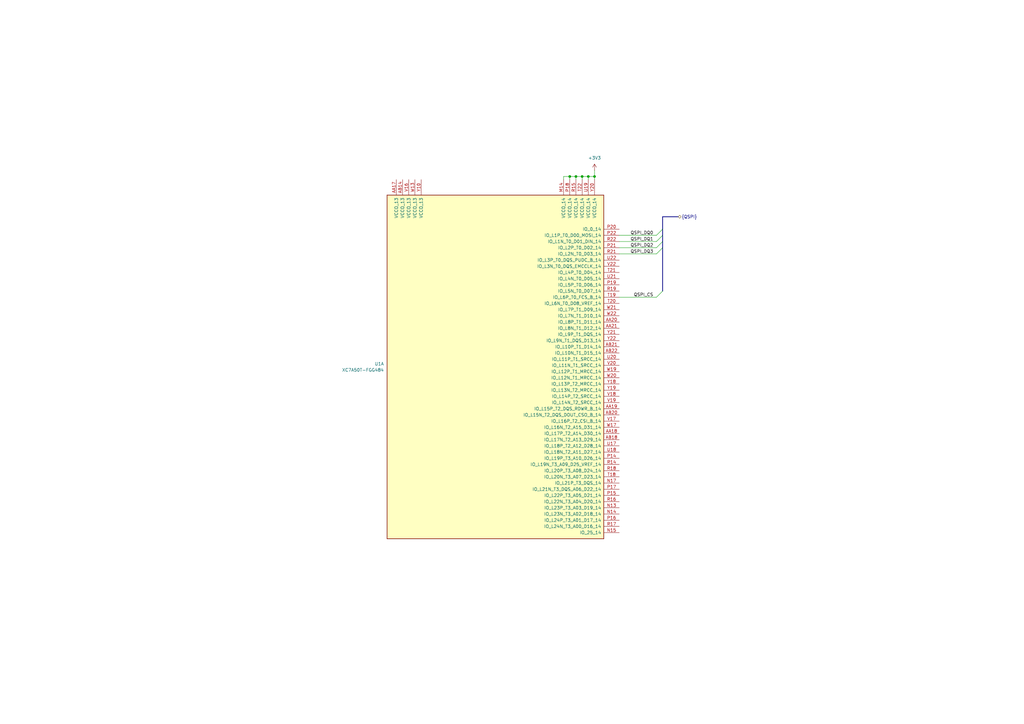
<source format=kicad_sch>
(kicad_sch (version 20250114) (generator "eeschema") (generator_version "9.0")
  (paper "A3")
  (lib_symbols
    (symbol "FPGA Accelerator:XC7A50T-FGG484" (pin_names (offset 1.016))
      (property "Reference" "U" (at 0 1.27 0))
      (property "Value" "XC7A50T-FGG484" (at 0 -1.27 0))
      (symbol "XC7A50T-FGG484_1_1"
        (rectangle (start -44.45 67.31) (end 44.45 -73.66) (stroke (width 0.254)) (fill (type background)))
        (pin power_in line (at -40.64 73.66 270) (length 6.35) (name "VCCO_13") (number "AA17"))
        (pin power_in line (at -38.1 73.66 270) (length 6.35) (name "VCCO_13") (number "AB14"))
        (pin power_in line (at -35.56 73.66 270) (length 6.35) (name "VCCO_13") (number "V16"))
        (pin power_in line (at -33.02 73.66 270) (length 6.35) (name "VCCO_13") (number "W13"))
        (pin power_in line (at -30.48 73.66 270) (length 6.35) (name "VCCO_13") (number "Y10"))
        (pin power_in line (at 27.94 73.66 270) (length 6.35) (name "VCCO_14") (number "M14"))
        (pin power_in line (at 30.48 73.66 270) (length 6.35) (name "VCCO_14") (number "P18"))
        (pin power_in line (at 33.02 73.66 270) (length 6.35) (name "VCCO_14") (number "R15"))
        (pin power_in line (at 35.56 73.66 270) (length 6.35) (name "VCCO_14") (number "T22"))
        (pin power_in line (at 38.1 73.66 270) (length 6.35) (name "VCCO_14") (number "U19"))
        (pin power_in line (at 40.64 73.66 270) (length 6.35) (name "VCCO_14") (number "Y20"))
        (pin bidirectional line (at 50.8 53.34 180) (length 6.35) (name "IO_0_14") (number "P20"))
        (pin bidirectional line (at 50.8 50.8 180) (length 6.35) (name "IO_L1P_T0_D00_MOSI_14") (number "P22"))
        (pin bidirectional line (at 50.8 48.26 180) (length 6.35) (name "IO_L1N_T0_D01_DIN_14") (number "R22"))
        (pin bidirectional line (at 50.8 45.72 180) (length 6.35) (name "IO_L2P_T0_D02_14") (number "P21"))
        (pin bidirectional line (at 50.8 43.18 180) (length 6.35) (name "IO_L2N_T0_D03_14") (number "R21"))
        (pin bidirectional line (at 50.8 40.64 180) (length 6.35) (name "IO_L3P_T0_DQS_PUDC_B_14") (number "U22"))
        (pin bidirectional line (at 50.8 38.1 180) (length 6.35) (name "IO_L3N_T0_DQS_EMCCLK_14") (number "V22"))
        (pin bidirectional line (at 50.8 35.56 180) (length 6.35) (name "IO_L4P_T0_D04_14") (number "T21"))
        (pin bidirectional line (at 50.8 33.02 180) (length 6.35) (name "IO_L4N_T0_D05_14") (number "U21"))
        (pin bidirectional line (at 50.8 30.48 180) (length 6.35) (name "IO_L5P_T0_D06_14") (number "P19"))
        (pin bidirectional line (at 50.8 27.94 180) (length 6.35) (name "IO_L5N_T0_D07_14") (number "R19"))
        (pin bidirectional line (at 50.8 25.4 180) (length 6.35) (name "IO_L6P_T0_FCS_B_14") (number "T19"))
        (pin bidirectional line (at 50.8 22.86 180) (length 6.35) (name "IO_L6N_T0_D08_VREF_14") (number "T20"))
        (pin bidirectional line (at 50.8 20.32 180) (length 6.35) (name "IO_L7P_T1_D09_14") (number "W21"))
        (pin bidirectional line (at 50.8 17.78 180) (length 6.35) (name "IO_L7N_T1_D10_14") (number "W22"))
        (pin bidirectional line (at 50.8 15.24 180) (length 6.35) (name "IO_L8P_T1_D11_14") (number "AA20"))
        (pin bidirectional line (at 50.8 12.7 180) (length 6.35) (name "IO_L8N_T1_D12_14") (number "AA21"))
        (pin bidirectional line (at 50.8 10.16 180) (length 6.35) (name "IO_L9P_T1_DQS_14") (number "Y21"))
        (pin bidirectional line (at 50.8 7.62 180) (length 6.35) (name "IO_L9N_T1_DQS_D13_14") (number "Y22"))
        (pin bidirectional line (at 50.8 5.08 180) (length 6.35) (name "IO_L10P_T1_D14_14") (number "AB21"))
        (pin bidirectional line (at 50.8 2.54 180) (length 6.35) (name "IO_L10N_T1_D15_14") (number "AB22"))
        (pin bidirectional line (at 50.8 0 180) (length 6.35) (name "IO_L11P_T1_SRCC_14") (number "U20"))
        (pin bidirectional line (at 50.8 -2.54 180) (length 6.35) (name "IO_L11N_T1_SRCC_14") (number "V20"))
        (pin bidirectional line (at 50.8 -5.08 180) (length 6.35) (name "IO_L12P_T1_MRCC_14") (number "W19"))
        (pin bidirectional line (at 50.8 -7.62 180) (length 6.35) (name "IO_L12N_T1_MRCC_14") (number "W20"))
        (pin bidirectional line (at 50.8 -10.16 180) (length 6.35) (name "IO_L13P_T2_MRCC_14") (number "Y18"))
        (pin bidirectional line (at 50.8 -12.7 180) (length 6.35) (name "IO_L13N_T2_MRCC_14") (number "Y19"))
        (pin bidirectional line (at 50.8 -15.24 180) (length 6.35) (name "IO_L14P_T2_SRCC_14") (number "V18"))
        (pin bidirectional line (at 50.8 -17.78 180) (length 6.35) (name "IO_L14N_T2_SRCC_14") (number "V19"))
        (pin bidirectional line (at 50.8 -20.32 180) (length 6.35) (name "IO_L15P_T2_DQS_RDWR_B_14") (number "AA19"))
        (pin bidirectional line (at 50.8 -22.86 180) (length 6.35) (name "IO_L15N_T2_DQS_DOUT_CSO_B_14") (number "AB20"))
        (pin bidirectional line (at 50.8 -25.4 180) (length 6.35) (name "IO_L16P_T2_CSI_B_14") (number "V17"))
        (pin bidirectional line (at 50.8 -27.94 180) (length 6.35) (name "IO_L16N_T2_A15_D31_14") (number "W17"))
        (pin bidirectional line (at 50.8 -30.48 180) (length 6.35) (name "IO_L17P_T2_A14_D30_14") (number "AA18"))
        (pin bidirectional line (at 50.8 -33.02 180) (length 6.35) (name "IO_L17N_T2_A13_D29_14") (number "AB18"))
        (pin bidirectional line (at 50.8 -35.56 180) (length 6.35) (name "IO_L18P_T2_A12_D28_14") (number "U17"))
        (pin bidirectional line (at 50.8 -38.1 180) (length 6.35) (name "IO_L18N_T2_A11_D27_14") (number "U18"))
        (pin bidirectional line (at 50.8 -40.64 180) (length 6.35) (name "IO_L19P_T3_A10_D26_14") (number "P14"))
        (pin bidirectional line (at 50.8 -43.18 180) (length 6.35) (name "IO_L19N_T3_A09_D25_VREF_14") (number "R14"))
        (pin bidirectional line (at 50.8 -45.72 180) (length 6.35) (name "IO_L20P_T3_A08_D24_14") (number "R18"))
        (pin bidirectional line (at 50.8 -48.26 180) (length 6.35) (name "IO_L20N_T3_A07_D23_14") (number "T18"))
        (pin bidirectional line (at 50.8 -50.8 180) (length 6.35) (name "IO_L21P_T3_DQS_14") (number "N17"))
        (pin bidirectional line (at 50.8 -53.34 180) (length 6.35) (name "IO_L21N_T3_DQS_A06_D22_14") (number "P17"))
        (pin bidirectional line (at 50.8 -55.88 180) (length 6.35) (name "IO_L22P_T3_A05_D21_14") (number "P15"))
        (pin bidirectional line (at 50.8 -58.42 180) (length 6.35) (name "IO_L22N_T3_A04_D20_14") (number "R16"))
        (pin bidirectional line (at 50.8 -60.96 180) (length 6.35) (name "IO_L23P_T3_A03_D19_14") (number "N13"))
        (pin bidirectional line (at 50.8 -63.5 180) (length 6.35) (name "IO_L23N_T3_A02_D18_14") (number "N14"))
        (pin bidirectional line (at 50.8 -66.04 180) (length 6.35) (name "IO_L24P_T3_A01_D17_14") (number "P16"))
        (pin bidirectional line (at 50.8 -68.58 180) (length 6.35) (name "IO_L24N_T3_A00_D16_14") (number "R17"))
        (pin bidirectional line (at 50.8 -71.12 180) (length 6.35) (name "IO_25_14") (number "N15"))
      )
      (symbol "XC7A50T-FGG484_2_1"
        (rectangle (start -44.45 67.31) (end 44.45 -73.66) (stroke (width 0.254)) (fill (type background)))
        (pin bidirectional line (at -50.8 53.34 0) (length 6.35) (name "IO_0_15") (number "J16"))
        (pin bidirectional line (at -50.8 50.8 0) (length 6.35) (name "IO_L1P_T0_AD0P_15") (number "H13"))
        (pin bidirectional line (at -50.8 48.26 0) (length 6.35) (name "IO_L1N_T0_AD0N_15") (number "G13"))
        (pin bidirectional line (at -50.8 45.72 0) (length 6.35) (name "IO_L2P_T0_AD8P_15") (number "G15"))
        (pin bidirectional line (at -50.8 43.18 0) (length 6.35) (name "IO_L2N_T0_AD8N_15") (number "G16"))
        (pin bidirectional line (at -50.8 40.64 0) (length 6.35) (name "IO_L3P_T0_DQS_AD1P_15") (number "J14"))
        (pin bidirectional line (at -50.8 38.1 0) (length 6.35) (name "IO_L3N_T0_DQS_AD1N_15") (number "H14"))
        (pin bidirectional line (at -50.8 35.56 0) (length 6.35) (name "IO_L4P_T0_15") (number "G17"))
        (pin bidirectional line (at -50.8 33.02 0) (length 6.35) (name "IO_L4N_T0_15") (number "G18"))
        (pin bidirectional line (at -50.8 30.48 0) (length 6.35) (name "IO_L5P_T0_AD9P_15") (number "J15"))
        (pin bidirectional line (at -50.8 27.94 0) (length 6.35) (name "IO_L5N_T0_AD9N_15") (number "H15"))
        (pin bidirectional line (at -50.8 25.4 0) (length 6.35) (name "IO_L6P_T0_15") (number "H17"))
        (pin bidirectional line (at -50.8 22.86 0) (length 6.35) (name "IO_L6N_T0_VREF_15") (number "H18"))
        (pin bidirectional line (at -50.8 20.32 0) (length 6.35) (name "IO_L7P_T1_AD2P_15") (number "J22"))
        (pin bidirectional line (at -50.8 17.78 0) (length 6.35) (name "IO_L7N_T1_AD2N_15") (number "H22"))
        (pin bidirectional line (at -50.8 15.24 0) (length 6.35) (name "IO_L8P_T1_AD10P_15") (number "H20"))
        (pin bidirectional line (at -50.8 12.7 0) (length 6.35) (name "IO_L8N_T1_AD10N_15") (number "G20"))
        (pin bidirectional line (at -50.8 10.16 0) (length 6.35) (name "IO_L9P_T1_DQS_AD3P_15") (number "K21"))
        (pin bidirectional line (at -50.8 7.62 0) (length 6.35) (name "IO_L9N_T1_DQS_AD3N_15") (number "K22"))
        (pin bidirectional line (at -50.8 5.08 0) (length 6.35) (name "IO_L10P_T1_AD11P_15") (number "M21"))
        (pin bidirectional line (at -50.8 2.54 0) (length 6.35) (name "IO_L10N_T1_AD11N_15") (number "L21"))
        (pin bidirectional line (at -50.8 0 0) (length 6.35) (name "IO_L11P_T1_SRCC_15") (number "J20"))
        (pin bidirectional line (at -50.8 -2.54 0) (length 6.35) (name "IO_L11N_T1_SRCC_15") (number "J21"))
        (pin bidirectional line (at -50.8 -5.08 0) (length 6.35) (name "IO_L12P_T1_MRCC_15") (number "J19"))
        (pin bidirectional line (at -50.8 -7.62 0) (length 6.35) (name "IO_L12N_T1_MRCC_15") (number "H19"))
        (pin bidirectional line (at -50.8 -10.16 0) (length 6.35) (name "IO_L13P_T2_MRCC_15") (number "K18"))
        (pin bidirectional line (at -50.8 -12.7 0) (length 6.35) (name "IO_L13N_T2_MRCC_15") (number "K19"))
        (pin bidirectional line (at -50.8 -15.24 0) (length 6.35) (name "IO_L14P_T2_SRCC_15") (number "L19"))
        (pin bidirectional line (at -50.8 -17.78 0) (length 6.35) (name "IO_L14N_T2_SRCC_15") (number "L20"))
        (pin bidirectional line (at -50.8 -20.32 0) (length 6.35) (name "IO_L15P_T2_DQS_15") (number "N22"))
        (pin bidirectional line (at -50.8 -22.86 0) (length 6.35) (name "IO_L15N_T2_DQS_ADV_B_15") (number "M22"))
        (pin bidirectional line (at -50.8 -25.4 0) (length 6.35) (name "IO_L16P_T2_A28_15") (number "M18"))
        (pin bidirectional line (at -50.8 -27.94 0) (length 6.35) (name "IO_L16N_T2_A27_15") (number "L18"))
        (pin bidirectional line (at -50.8 -30.48 0) (length 6.35) (name "IO_L17P_T2_A26_15") (number "N18"))
        (pin bidirectional line (at -50.8 -33.02 0) (length 6.35) (name "IO_L17N_T2_A25_15") (number "N19"))
        (pin bidirectional line (at -50.8 -35.56 0) (length 6.35) (name "IO_L18P_T2_A24_15") (number "N20"))
        (pin bidirectional line (at -50.8 -38.1 0) (length 6.35) (name "IO_L18N_T2_A23_15") (number "M20"))
        (pin bidirectional line (at -50.8 -40.64 0) (length 6.35) (name "IO_L19P_T3_A22_15") (number "K13"))
        (pin bidirectional line (at -50.8 -43.18 0) (length 6.35) (name "IO_L19N_T3_A21_VREF_15") (number "K14"))
        (pin bidirectional line (at -50.8 -45.72 0) (length 6.35) (name "IO_L20P_T3_A20_15") (number "M13"))
        (pin bidirectional line (at -50.8 -48.26 0) (length 6.35) (name "IO_L20N_T3_A19_15") (number "L13"))
        (pin bidirectional line (at -50.8 -50.8 0) (length 6.35) (name "IO_L21P_T3_DQS_15") (number "K17"))
        (pin bidirectional line (at -50.8 -53.34 0) (length 6.35) (name "IO_L21N_T3_DQS_A18_15") (number "J17"))
        (pin bidirectional line (at -50.8 -55.88 0) (length 6.35) (name "IO_L22P_T3_A17_15") (number "L14"))
        (pin bidirectional line (at -50.8 -58.42 0) (length 6.35) (name "IO_L22N_T3_A16_15") (number "L15"))
        (pin bidirectional line (at -50.8 -60.96 0) (length 6.35) (name "IO_L23P_T3_FOE_B_15") (number "L16"))
        (pin bidirectional line (at -50.8 -63.5 0) (length 6.35) (name "IO_L23N_T3_FWE_B_15") (number "K16"))
        (pin bidirectional line (at -50.8 -66.04 0) (length 6.35) (name "IO_L24P_T3_RS1_15") (number "M15"))
        (pin bidirectional line (at -50.8 -68.58 0) (length 6.35) (name "IO_L24N_T3_RS0_15") (number "M16"))
        (pin bidirectional line (at -50.8 -71.12 0) (length 6.35) (name "IO_25_15") (number "M17"))
        (pin power_in line (at -40.64 73.66 270) (length 6.35) (name "VCCO_15") (number "G19"))
        (pin power_in line (at -38.1 73.66 270) (length 6.35) (name "VCCO_15") (number "H16"))
        (pin power_in line (at -35.56 73.66 270) (length 6.35) (name "VCCO_15") (number "J13"))
        (pin power_in line (at -33.02 73.66 270) (length 6.35) (name "VCCO_15") (number "K20"))
        (pin power_in line (at -30.48 73.66 270) (length 6.35) (name "VCCO_15") (number "L17"))
        (pin power_in line (at -27.94 73.66 270) (length 6.35) (name "VCCO_15") (number "N21"))
        (pin power_in line (at 27.94 73.66 270) (length 6.35) (name "VCCO_16") (number "A17"))
        (pin power_in line (at 30.48 73.66 270) (length 6.35) (name "VCCO_16") (number "B14"))
        (pin power_in line (at 33.02 73.66 270) (length 6.35) (name "VCCO_16") (number "C21"))
        (pin power_in line (at 35.56 73.66 270) (length 6.35) (name "VCCO_16") (number "D18"))
        (pin power_in line (at 38.1 73.66 270) (length 6.35) (name "VCCO_16") (number "E15"))
        (pin power_in line (at 40.64 73.66 270) (length 6.35) (name "VCCO_16") (number "F22"))
        (pin bidirectional line (at 50.8 53.34 180) (length 6.35) (name "IO_0_16") (number "F15"))
        (pin bidirectional line (at 50.8 50.8 180) (length 6.35) (name "IO_L1P_T0_16") (number "F13"))
        (pin bidirectional line (at 50.8 48.26 180) (length 6.35) (name "IO_L1N_T0_16") (number "F14"))
        (pin bidirectional line (at 50.8 45.72 180) (length 6.35) (name "IO_L2P_T0_16") (number "F16"))
        (pin bidirectional line (at 50.8 43.18 180) (length 6.35) (name "IO_L2N_T0_16") (number "E17"))
        (pin bidirectional line (at 50.8 40.64 180) (length 6.35) (name "IO_L3P_T0_DQS_16") (number "C14"))
        (pin bidirectional line (at 50.8 38.1 180) (length 6.35) (name "IO_L3N_T0_DQS_16") (number "C15"))
        (pin bidirectional line (at 50.8 35.56 180) (length 6.35) (name "IO_L4P_T0_16") (number "E13"))
        (pin bidirectional line (at 50.8 33.02 180) (length 6.35) (name "IO_L4N_T0_16") (number "E14"))
        (pin bidirectional line (at 50.8 30.48 180) (length 6.35) (name "IO_L5P_T0_16") (number "E16"))
        (pin bidirectional line (at 50.8 27.94 180) (length 6.35) (name "IO_L5N_T0_16") (number "D16"))
        (pin bidirectional line (at 50.8 25.4 180) (length 6.35) (name "IO_L6P_T0_16") (number "D14"))
        (pin bidirectional line (at 50.8 22.86 180) (length 6.35) (name "IO_L6N_T0_VREF_16") (number "D15"))
        (pin bidirectional line (at 50.8 20.32 180) (length 6.35) (name "IO_L7P_T1_16") (number "B15"))
        (pin bidirectional line (at 50.8 17.78 180) (length 6.35) (name "IO_L7N_T1_16") (number "B16"))
        (pin bidirectional line (at 50.8 15.24 180) (length 6.35) (name "IO_L8P_T1_16") (number "C13"))
        (pin bidirectional line (at 50.8 12.7 180) (length 6.35) (name "IO_L8N_T1_16") (number "B13"))
        (pin bidirectional line (at 50.8 10.16 180) (length 6.35) (name "IO_L9P_T1_DQS_16") (number "A15"))
        (pin bidirectional line (at 50.8 7.62 180) (length 6.35) (name "IO_L9N_T1_DQS_16") (number "A16"))
        (pin bidirectional line (at 50.8 5.08 180) (length 6.35) (name "IO_L10P_T1_16") (number "A13"))
        (pin bidirectional line (at 50.8 2.54 180) (length 6.35) (name "IO_L10N_T1_16") (number "A14"))
        (pin bidirectional line (at 50.8 0 180) (length 6.35) (name "IO_L11P_T1_SRCC_16") (number "B17"))
        (pin bidirectional line (at 50.8 -2.54 180) (length 6.35) (name "IO_L11N_T1_SRCC_16") (number "B18"))
        (pin bidirectional line (at 50.8 -5.08 180) (length 6.35) (name "IO_L12P_T1_MRCC_16") (number "D17"))
        (pin bidirectional line (at 50.8 -7.62 180) (length 6.35) (name "IO_L12N_T1_MRCC_16") (number "C17"))
        (pin bidirectional line (at 50.8 -10.16 180) (length 6.35) (name "IO_L13P_T2_MRCC_16") (number "C18"))
        (pin bidirectional line (at 50.8 -12.7 180) (length 6.35) (name "IO_L13N_T2_MRCC_16") (number "C19"))
        (pin bidirectional line (at 50.8 -15.24 180) (length 6.35) (name "IO_L14P_T2_SRCC_16") (number "E19"))
        (pin bidirectional line (at 50.8 -17.78 180) (length 6.35) (name "IO_L14N_T2_SRCC_16") (number "D19"))
        (pin bidirectional line (at 50.8 -20.32 180) (length 6.35) (name "IO_L15P_T2_DQS_16") (number "F18"))
        (pin bidirectional line (at 50.8 -22.86 180) (length 6.35) (name "IO_L15N_T2_DQS_16") (number "E18"))
        (pin bidirectional line (at 50.8 -25.4 180) (length 6.35) (name "IO_L16P_T2_16") (number "B20"))
        (pin bidirectional line (at 50.8 -27.94 180) (length 6.35) (name "IO_L16N_T2_16") (number "A20"))
        (pin bidirectional line (at 50.8 -30.48 180) (length 6.35) (name "IO_L17P_T2_16") (number "A18"))
        (pin bidirectional line (at 50.8 -33.02 180) (length 6.35) (name "IO_L17N_T2_16") (number "A19"))
        (pin bidirectional line (at 50.8 -35.56 180) (length 6.35) (name "IO_L18P_T2_16") (number "F19"))
        (pin bidirectional line (at 50.8 -38.1 180) (length 6.35) (name "IO_L18N_T2_16") (number "F20"))
        (pin bidirectional line (at 50.8 -40.64 180) (length 6.35) (name "IO_L19P_T3_16") (number "D20"))
        (pin bidirectional line (at 50.8 -43.18 180) (length 6.35) (name "IO_L19N_T3_VREF_16") (number "C20"))
        (pin bidirectional line (at 50.8 -45.72 180) (length 6.35) (name "IO_L20P_T3_16") (number "C22"))
        (pin bidirectional line (at 50.8 -48.26 180) (length 6.35) (name "IO_L20N_T3_16") (number "B22"))
        (pin bidirectional line (at 50.8 -50.8 180) (length 6.35) (name "IO_L21P_T3_DQS_16") (number "B21"))
        (pin bidirectional line (at 50.8 -53.34 180) (length 6.35) (name "IO_L21N_T3_DQS_16") (number "A21"))
        (pin bidirectional line (at 50.8 -55.88 180) (length 6.35) (name "IO_L22P_T3_16") (number "E22"))
        (pin bidirectional line (at 50.8 -58.42 180) (length 6.35) (name "IO_L22N_T3_16") (number "D22"))
        (pin bidirectional line (at 50.8 -60.96 180) (length 6.35) (name "IO_L23P_T3_16") (number "E21"))
        (pin bidirectional line (at 50.8 -63.5 180) (length 6.35) (name "IO_L23N_T3_16") (number "D21"))
        (pin bidirectional line (at 50.8 -66.04 180) (length 6.35) (name "IO_L24P_T3_16") (number "G21"))
        (pin bidirectional line (at 50.8 -68.58 180) (length 6.35) (name "IO_L24N_T3_16") (number "G22"))
        (pin bidirectional line (at 50.8 -71.12 180) (length 6.35) (name "IO_25_16") (number "F21"))
      )
      (symbol "XC7A50T-FGG484_3_1"
        (rectangle (start -44.45 67.31) (end 44.45 -73.66) (stroke (width 0.254)) (fill (type background)))
        (pin bidirectional line (at -50.8 53.34 0) (length 6.35) (name "IO_0_34") (number "T3"))
        (pin bidirectional line (at -50.8 50.8 0) (length 6.35) (name "IO_L1P_T0_34") (number "T1"))
        (pin bidirectional line (at -50.8 48.26 0) (length 6.35) (name "IO_L1N_T0_34") (number "U1"))
        (pin bidirectional line (at -50.8 45.72 0) (length 6.35) (name "IO_L2P_T0_34") (number "U2"))
        (pin bidirectional line (at -50.8 43.18 0) (length 6.35) (name "IO_L2N_T0_34") (number "V2"))
        (pin bidirectional line (at -50.8 40.64 0) (length 6.35) (name "IO_L3P_T0_DQS_34") (number "R3"))
        (pin bidirectional line (at -50.8 38.1 0) (length 6.35) (name "IO_L3N_T0_DQS_34") (number "R2"))
        (pin bidirectional line (at -50.8 35.56 0) (length 6.35) (name "IO_L4P_T0_34") (number "W2"))
        (pin bidirectional line (at -50.8 33.02 0) (length 6.35) (name "IO_L4N_T0_34") (number "Y2"))
        (pin bidirectional line (at -50.8 30.48 0) (length 6.35) (name "IO_L5P_T0_34") (number "W1"))
        (pin bidirectional line (at -50.8 27.94 0) (length 6.35) (name "IO_L5N_T0_34") (number "Y1"))
        (pin bidirectional line (at -50.8 25.4 0) (length 6.35) (name "IO_L6P_T0_34") (number "U3"))
        (pin bidirectional line (at -50.8 22.86 0) (length 6.35) (name "IO_L6N_T0_VREF_34") (number "V3"))
        (pin bidirectional line (at -50.8 20.32 0) (length 6.35) (name "IO_L7P_T1_34") (number "AA1"))
        (pin bidirectional line (at -50.8 17.78 0) (length 6.35) (name "IO_L7N_T1_34") (number "AB1"))
        (pin bidirectional line (at -50.8 15.24 0) (length 6.35) (name "IO_L8P_T1_34") (number "AB3"))
        (pin bidirectional line (at -50.8 12.7 0) (length 6.35) (name "IO_L8N_T1_34") (number "AB2"))
        (pin bidirectional line (at -50.8 10.16 0) (length 6.35) (name "IO_L9P_T1_DQS_34") (number "Y3"))
        (pin bidirectional line (at -50.8 7.62 0) (length 6.35) (name "IO_L9N_T1_DQS_34") (number "AA3"))
        (pin bidirectional line (at -50.8 5.08 0) (length 6.35) (name "IO_L10P_T1_34") (number "AA5"))
        (pin bidirectional line (at -50.8 2.54 0) (length 6.35) (name "IO_L10N_T1_34") (number "AB5"))
        (pin bidirectional line (at -50.8 0 0) (length 6.35) (name "IO_L11P_T1_SRCC_34") (number "Y4"))
        (pin bidirectional line (at -50.8 -2.54 0) (length 6.35) (name "IO_L11N_T1_SRCC_34") (number "AA4"))
        (pin bidirectional line (at -50.8 -5.08 0) (length 6.35) (name "IO_L12P_T1_MRCC_34") (number "V4"))
        (pin bidirectional line (at -50.8 -7.62 0) (length 6.35) (name "IO_L12N_T1_MRCC_34") (number "W4"))
        (pin bidirectional line (at -50.8 -10.16 0) (length 6.35) (name "IO_L13P_T2_MRCC_34") (number "R4"))
        (pin bidirectional line (at -50.8 -12.7 0) (length 6.35) (name "IO_L13N_T2_MRCC_34") (number "T4"))
        (pin bidirectional line (at -50.8 -15.24 0) (length 6.35) (name "IO_L14P_T2_SRCC_34") (number "T5"))
        (pin bidirectional line (at -50.8 -17.78 0) (length 6.35) (name "IO_L14N_T2_SRCC_34") (number "U5"))
        (pin bidirectional line (at -50.8 -20.32 0) (length 6.35) (name "IO_L15P_T2_DQS_34") (number "W6"))
        (pin bidirectional line (at -50.8 -22.86 0) (length 6.35) (name "IO_L15N_T2_DQS_34") (number "W5"))
        (pin bidirectional line (at -50.8 -25.4 0) (length 6.35) (name "IO_L16P_T2_34") (number "U6"))
        (pin bidirectional line (at -50.8 -27.94 0) (length 6.35) (name "IO_L16N_T2_34") (number "V5"))
        (pin bidirectional line (at -50.8 -30.48 0) (length 6.35) (name "IO_L17P_T2_34") (number "R6"))
        (pin bidirectional line (at -50.8 -33.02 0) (length 6.35) (name "IO_L17N_T2_34") (number "T6"))
        (pin bidirectional line (at -50.8 -35.56 0) (length 6.35) (name "IO_L18P_T2_34") (number "Y6"))
        (pin bidirectional line (at -50.8 -38.1 0) (length 6.35) (name "IO_L18N_T2_34") (number "AA6"))
        (pin bidirectional line (at -50.8 -40.64 0) (length 6.35) (name "IO_L19P_T3_34") (number "V7"))
        (pin bidirectional line (at -50.8 -43.18 0) (length 6.35) (name "IO_L19N_T3_VREF_34") (number "W7"))
        (pin bidirectional line (at -50.8 -45.72 0) (length 6.35) (name "IO_L20P_T3_34") (number "AB7"))
        (pin bidirectional line (at -50.8 -48.26 0) (length 6.35) (name "IO_L20N_T3_34") (number "AB6"))
        (pin bidirectional line (at -50.8 -50.8 0) (length 6.35) (name "IO_L21P_T3_DQS_34") (number "V9"))
        (pin bidirectional line (at -50.8 -53.34 0) (length 6.35) (name "IO_L21N_T3_DQS_34") (number "V8"))
        (pin bidirectional line (at -50.8 -55.88 0) (length 6.35) (name "IO_L22P_T3_34") (number "AA8"))
        (pin bidirectional line (at -50.8 -58.42 0) (length 6.35) (name "IO_L22N_T3_34") (number "AB8"))
        (pin bidirectional line (at -50.8 -60.96 0) (length 6.35) (name "IO_L23P_T3_34") (number "Y8"))
        (pin bidirectional line (at -50.8 -63.5 0) (length 6.35) (name "IO_L23N_T3_34") (number "Y7"))
        (pin bidirectional line (at -50.8 -66.04 0) (length 6.35) (name "IO_L24P_T3_34") (number "W9"))
        (pin bidirectional line (at -50.8 -68.58 0) (length 6.35) (name "IO_L24N_T3_34") (number "Y9"))
        (pin bidirectional line (at -50.8 -71.12 0) (length 6.35) (name "IO_25_34") (number "U7"))
        (pin power_in line (at -40.64 73.66 270) (length 6.35) (name "VCCO_34") (number "AA7"))
        (pin power_in line (at -38.1 73.66 270) (length 6.35) (name "VCCO_34") (number "AB4"))
        (pin power_in line (at -35.56 73.66 270) (length 6.35) (name "VCCO_34") (number "R5"))
        (pin power_in line (at -33.02 73.66 270) (length 6.35) (name "VCCO_34") (number "T2"))
        (pin power_in line (at -30.48 73.66 270) (length 6.35) (name "VCCO_34") (number "V6"))
        (pin power_in line (at -27.94 73.66 270) (length 6.35) (name "VCCO_34") (number "W3"))
        (pin power_in line (at 27.94 73.66 270) (length 6.35) (name "VCCO_35") (number "C1"))
        (pin power_in line (at 30.48 73.66 270) (length 6.35) (name "VCCO_35") (number "F2"))
        (pin power_in line (at 33.02 73.66 270) (length 6.35) (name "VCCO_35") (number "H6"))
        (pin power_in line (at 35.56 73.66 270) (length 6.35) (name "VCCO_35") (number "J3"))
        (pin power_in line (at 38.1 73.66 270) (length 6.35) (name "VCCO_35") (number "M4"))
        (pin power_in line (at 40.64 73.66 270) (length 6.35) (name "VCCO_35") (number "N1"))
        (pin bidirectional line (at 50.8 53.34 180) (length 6.35) (name "IO_0_35") (number "F4"))
        (pin bidirectional line (at 50.8 50.8 180) (length 6.35) (name "IO_L1P_T0_AD4P_35") (number "B1"))
        (pin bidirectional line (at 50.8 48.26 180) (length 6.35) (name "IO_L1N_T0_AD4N_35") (number "A1"))
        (pin bidirectional line (at 50.8 45.72 180) (length 6.35) (name "IO_L2P_T0_AD12P_35") (number "C2"))
        (pin bidirectional line (at 50.8 43.18 180) (length 6.35) (name "IO_L2N_T0_AD12N_35") (number "B2"))
        (pin bidirectional line (at 50.8 40.64 180) (length 6.35) (name "IO_L3P_T0_DQS_AD5P_35") (number "E1"))
        (pin bidirectional line (at 50.8 38.1 180) (length 6.35) (name "IO_L3N_T0_DQS_AD5N_35") (number "D1"))
        (pin bidirectional line (at 50.8 35.56 180) (length 6.35) (name "IO_L4P_T0_35") (number "E2"))
        (pin bidirectional line (at 50.8 33.02 180) (length 6.35) (name "IO_L4N_T0_35") (number "D2"))
        (pin bidirectional line (at 50.8 30.48 180) (length 6.35) (name "IO_L5P_T0_AD13P_35") (number "G1"))
        (pin bidirectional line (at 50.8 27.94 180) (length 6.35) (name "IO_L5N_T0_AD13N_35") (number "F1"))
        (pin bidirectional line (at 50.8 25.4 180) (length 6.35) (name "IO_L6P_T0_35") (number "F3"))
        (pin bidirectional line (at 50.8 22.86 180) (length 6.35) (name "IO_L6N_T0_VREF_35") (number "E3"))
        (pin bidirectional line (at 50.8 20.32 180) (length 6.35) (name "IO_L7P_T1_AD6P_35") (number "K1"))
        (pin bidirectional line (at 50.8 17.78 180) (length 6.35) (name "IO_L7N_T1_AD6N_35") (number "J1"))
        (pin bidirectional line (at 50.8 15.24 180) (length 6.35) (name "IO_L8P_T1_AD14P_35") (number "H2"))
        (pin bidirectional line (at 50.8 12.7 180) (length 6.35) (name "IO_L8N_T1_AD14N_35") (number "G2"))
        (pin bidirectional line (at 50.8 10.16 180) (length 6.35) (name "IO_L9P_T1_DQS_AD7P_35") (number "K2"))
        (pin bidirectional line (at 50.8 7.62 180) (length 6.35) (name "IO_L9N_T1_DQS_AD7N_35") (number "J2"))
        (pin bidirectional line (at 50.8 5.08 180) (length 6.35) (name "IO_L10P_T1_AD15P_35") (number "J5"))
        (pin bidirectional line (at 50.8 2.54 180) (length 6.35) (name "IO_L10N_T1_AD15N_35") (number "H5"))
        (pin bidirectional line (at 50.8 0 180) (length 6.35) (name "IO_L11P_T1_SRCC_35") (number "H3"))
        (pin bidirectional line (at 50.8 -2.54 180) (length 6.35) (name "IO_L11N_T1_SRCC_35") (number "G3"))
        (pin bidirectional line (at 50.8 -5.08 180) (length 6.35) (name "IO_L12P_T1_MRCC_35") (number "H4"))
        (pin bidirectional line (at 50.8 -7.62 180) (length 6.35) (name "IO_L12N_T1_MRCC_35") (number "G4"))
        (pin bidirectional line (at 50.8 -10.16 180) (length 6.35) (name "IO_L13P_T2_MRCC_35") (number "K4"))
        (pin bidirectional line (at 50.8 -12.7 180) (length 6.35) (name "IO_L13N_T2_MRCC_35") (number "J4"))
        (pin bidirectional line (at 50.8 -15.24 180) (length 6.35) (name "IO_L14P_T2_SRCC_35") (number "L3"))
        (pin bidirectional line (at 50.8 -17.78 180) (length 6.35) (name "IO_L14N_T2_SRCC_35") (number "K3"))
        (pin bidirectional line (at 50.8 -20.32 180) (length 6.35) (name "IO_L15P_T2_DQS_35") (number "M1"))
        (pin bidirectional line (at 50.8 -22.86 180) (length 6.35) (name "IO_L15N_T2_DQS_35") (number "L1"))
        (pin bidirectional line (at 50.8 -25.4 180) (length 6.35) (name "IO_L16P_T2_35") (number "M3"))
        (pin bidirectional line (at 50.8 -27.94 180) (length 6.35) (name "IO_L16N_T2_35") (number "M2"))
        (pin bidirectional line (at 50.8 -30.48 180) (length 6.35) (name "IO_L17P_T2_35") (number "K6"))
        (pin bidirectional line (at 50.8 -33.02 180) (length 6.35) (name "IO_L17N_T2_35") (number "J6"))
        (pin bidirectional line (at 50.8 -35.56 180) (length 6.35) (name "IO_L18P_T2_35") (number "L5"))
        (pin bidirectional line (at 50.8 -38.1 180) (length 6.35) (name "IO_L18N_T2_35") (number "L4"))
        (pin bidirectional line (at 50.8 -40.64 180) (length 6.35) (name "IO_L19P_T3_35") (number "N4"))
        (pin bidirectional line (at 50.8 -43.18 180) (length 6.35) (name "IO_L19N_T3_VREF_35") (number "N3"))
        (pin bidirectional line (at 50.8 -45.72 180) (length 6.35) (name "IO_L20P_T3_35") (number "R1"))
        (pin bidirectional line (at 50.8 -48.26 180) (length 6.35) (name "IO_L20N_T3_35") (number "P1"))
        (pin bidirectional line (at 50.8 -50.8 180) (length 6.35) (name "IO_L21P_T3_DQS_35") (number "P5"))
        (pin bidirectional line (at 50.8 -53.34 180) (length 6.35) (name "IO_L21N_T3_DQS_35") (number "P4"))
        (pin bidirectional line (at 50.8 -55.88 180) (length 6.35) (name "IO_L22P_T3_35") (number "P2"))
        (pin bidirectional line (at 50.8 -58.42 180) (length 6.35) (name "IO_L22N_T3_35") (number "N2"))
        (pin bidirectional line (at 50.8 -60.96 180) (length 6.35) (name "IO_L23P_T3_35") (number "M6"))
        (pin bidirectional line (at 50.8 -63.5 180) (length 6.35) (name "IO_L23N_T3_35") (number "M5"))
        (pin bidirectional line (at 50.8 -66.04 180) (length 6.35) (name "IO_L24P_T3_35") (number "P6"))
        (pin bidirectional line (at 50.8 -68.58 180) (length 6.35) (name "IO_L24N_T3_35") (number "N5"))
        (pin bidirectional line (at 50.8 -71.12 180) (length 6.35) (name "IO_25_35") (number "L6"))
      )
      (symbol "XC7A50T-FGG484_4_1"
        (rectangle (start -31.75 30.48) (end 31.75 -30.48) (stroke (width 0.254)) (fill (type background)))
        (pin bidirectional line (at -38.1 27.94 0) (length 6.35) (name "MGTPTXP0_216") (number "B4"))
        (pin bidirectional line (at -38.1 25.4 0) (length 6.35) (name "MGTPTXN0_216") (number "A4"))
        (pin bidirectional line (at -38.1 22.86 0) (length 6.35) (name "MGTPTXP1_216") (number "D5"))
        (pin bidirectional line (at -38.1 20.32 0) (length 6.35) (name "MGTPTXN1_216") (number "C5"))
        (pin bidirectional line (at -38.1 17.78 0) (length 6.35) (name "MGTPTXP2_216") (number "B6"))
        (pin bidirectional line (at -38.1 15.24 0) (length 6.35) (name "MGTPTXN2_216") (number "A6"))
        (pin bidirectional line (at -38.1 12.7 0) (length 6.35) (name "MGTPTXP3_216") (number "D7"))
        (pin bidirectional line (at -38.1 10.16 0) (length 6.35) (name "MGTPTXN3_216") (number "C7"))
        (pin bidirectional line (at -38.1 5.08 0) (length 6.35) (name "MGTPRXP0_216") (number "B8"))
        (pin bidirectional line (at -38.1 2.54 0) (length 6.35) (name "MGTPRXN0_216") (number "A8"))
        (pin bidirectional line (at -38.1 0 0) (length 6.35) (name "MGTPRXP1_216") (number "D11"))
        (pin bidirectional line (at -38.1 -2.54 0) (length 6.35) (name "MGTPRXN1_216") (number "C11"))
        (pin bidirectional line (at -38.1 -5.08 0) (length 6.35) (name "MGTPRXP2_216") (number "B10"))
        (pin bidirectional line (at -38.1 -7.62 0) (length 6.35) (name "MGTPRXN2_216") (number "A10"))
        (pin bidirectional line (at -38.1 -10.16 0) (length 6.35) (name "MGTPRXP3_216") (number "D9"))
        (pin bidirectional line (at -38.1 -12.7 0) (length 6.35) (name "MGTPRXN3_216") (number "C9"))
        (pin bidirectional line (at -38.1 -17.78 0) (length 6.35) (name "MGTREFCLK0P_216") (number "F6"))
        (pin bidirectional line (at -38.1 -20.32 0) (length 6.35) (name "MGTREFCLK0N_216") (number "E6"))
        (pin bidirectional line (at -38.1 -22.86 0) (length 6.35) (name "MGTREFCLK1P_216") (number "F10"))
        (pin bidirectional line (at -38.1 -25.4 0) (length 6.35) (name "MGTREFCLK1N_216") (number "E10"))
      )
      (symbol "XC7A50T-FGG484_5_1"
        (rectangle (start -31.75 12.7) (end 31.75 -12.7) (stroke (width 0.254)) (fill (type background)))
        (pin power_in line (at -38.1 10.16 0) (length 6.35) (name "MGTAVCC") (number "D6"))
        (pin power_in line (at -38.1 7.62 0) (length 6.35) (name "MGTAVCC") (number "D10"))
        (pin power_in line (at -38.1 5.08 0) (length 6.35) (name "MGTAVCC") (number "F7"))
        (pin power_in line (at -38.1 2.54 0) (length 6.35) (name "MGTAVCC") (number "F9"))
        (pin power_in line (at -38.1 0 0) (length 6.35) (name "MGTAVCC") (number "E8"))
        (pin power_in line (at 38.1 10.16 180) (length 6.35) (name "MGTAVTT") (number "B5"))
        (pin power_in line (at 38.1 7.62 180) (length 6.35) (name "MGTAVTT") (number "B7"))
        (pin power_in line (at 38.1 5.08 180) (length 6.35) (name "MGTAVTT") (number "B9"))
        (pin power_in line (at 38.1 2.54 180) (length 6.35) (name "MGTAVTT") (number "B11"))
        (pin power_in line (at 38.1 0 180) (length 6.35) (name "MGTAVTT") (number "C4"))
        (pin power_in line (at 38.1 -2.54 180) (length 6.35) (name "MGTAVTT") (number "C8"))
        (pin power_in line (at 38.1 -7.62 180) (length 6.35) (name "MGTRREF_216") (number "F8"))
      )
      (symbol "XC7A50T-FGG484_6_1"
        (rectangle (start -31.75 34.29) (end 31.75 -40.64) (stroke (width 0.254)) (fill (type background)))
        (pin power_in line (at 25.4 40.64 270) (length 6.35) (name "VCCO_0") (number "F12"))
        (pin power_in line (at 27.94 40.64 270) (length 6.35) (name "VCCO_0") (number "T12"))
        (pin bidirectional line (at 38.1 20.32 180) (length 6.35) (name "TDI_0") (number "R13"))
        (pin bidirectional line (at 38.1 17.78 180) (length 6.35) (name "TDO_0") (number "U13"))
        (pin bidirectional line (at 38.1 15.24 180) (length 6.35) (name "TMS_0") (number "T13"))
        (pin bidirectional line (at 38.1 12.7 180) (length 6.35) (name "TCK_0") (number "V12"))
        (pin bidirectional line (at 38.1 7.62 180) (length 6.35) (name "CCLK_0") (number "L12"))
        (pin bidirectional line (at 38.1 5.08 180) (length 6.35) (name "M0_0") (number "U11"))
        (pin bidirectional line (at 38.1 2.54 180) (length 6.35) (name "M1_0") (number "U10"))
        (pin bidirectional line (at 38.1 0 180) (length 6.35) (name "M2_0") (number "U9"))
        (pin bidirectional line (at 38.1 -5.08 180) (length 6.35) (name "DONE_0") (number "G11"))
        (pin bidirectional line (at 38.1 -7.62 180) (length 6.35) (name "INIT_B_0") (number "U12"))
        (pin bidirectional line (at 38.1 -10.16 180) (length 6.35) (name "PROGRAM_B_0") (number "N12"))
        (pin bidirectional line (at 38.1 -15.24 180) (length 6.35) (name "CFGBVS_0") (number "U8"))
        (pin bidirectional line (at 38.1 -20.32 180) (length 6.35) (name "VP_0") (number "L10"))
        (pin bidirectional line (at 38.1 -22.86 180) (length 6.35) (name "VN_0") (number "M9"))
        (pin bidirectional line (at 38.1 -27.94 180) (length 6.35) (name "VREFP_0") (number "M10"))
        (pin bidirectional line (at 38.1 -30.48 180) (length 6.35) (name "VREFN_0") (number "L9"))
        (pin bidirectional line (at 38.1 -35.56 180) (length 6.35) (name "DXP_0") (number "N10"))
        (pin bidirectional line (at 38.1 -38.1 180) (length 6.35) (name "DXN_0") (number "N9"))
      )
      (symbol "XC7A50T-FGG484_7_1"
        (rectangle (start -19.05 76.2) (end 19.05 -76.2) (stroke (width 0.254)) (fill (type background)))
        (pin power_in line (at -25.4 73.66 0) (length 6.35) (name "VCCBATT_0") (number "E12"))
        (pin power_in line (at -25.4 71.12 0) (length 6.35) (name "VCCADC_0") (number "K10"))
        (pin power_in line (at -25.4 68.58 0) (length 6.35) (name "VCCBRAM") (number "J11"))
        (pin power_in line (at -25.4 66.04 0) (length 6.35) (name "VCCBRAM") (number "L11"))
        (pin power_in line (at -25.4 63.5 0) (length 6.35) (name "VCCBRAM") (number "N11"))
        (pin power_in line (at -25.4 57.15 0) (length 6.35) (name "VCCAUX") (number "H12"))
        (pin power_in line (at -25.4 54.61 0) (length 6.35) (name "VCCAUX") (number "K12"))
        (pin power_in line (at -25.4 52.07 0) (length 6.35) (name "VCCAUX") (number "M12"))
        (pin power_in line (at -25.4 49.53 0) (length 6.35) (name "VCCAUX") (number "P12"))
        (pin power_in line (at -25.4 46.99 0) (length 6.35) (name "VCCAUX") (number "R11"))
        (pin power_in line (at -25.4 38.1 0) (length 6.35) (name "GNDADC_0") (number "K9"))
        (pin power_in line (at -25.4 35.56 0) (length 6.35) (name "GND") (number "A2"))
        (pin power_in line (at -25.4 33.02 0) (length 6.35) (name "GND") (number "A3"))
        (pin power_in line (at -25.4 30.48 0) (length 6.35) (name "GND") (number "A5"))
        (pin power_in line (at -25.4 27.94 0) (length 6.35) (name "GND") (number "A7"))
        (pin power_in line (at -25.4 25.4 0) (length 6.35) (name "GND") (number "A9"))
        (pin power_in line (at -25.4 22.86 0) (length 6.35) (name "GND") (number "A11"))
        (pin power_in line (at -25.4 20.32 0) (length 6.35) (name "GND") (number "A12"))
        (pin power_in line (at -25.4 17.78 0) (length 6.35) (name "GND") (number "A22"))
        (pin power_in line (at -25.4 15.24 0) (length 6.35) (name "GND") (number "B3"))
        (pin power_in line (at -25.4 12.7 0) (length 6.35) (name "GND") (number "B12"))
        (pin power_in line (at -25.4 10.16 0) (length 6.35) (name "GND") (number "B19"))
        (pin power_in line (at -25.4 7.62 0) (length 6.35) (name "GND") (number "C3"))
        (pin power_in line (at -25.4 5.08 0) (length 6.35) (name "GND") (number "C6"))
        (pin power_in line (at -25.4 2.54 0) (length 6.35) (name "GND") (number "C10"))
        (pin power_in line (at -25.4 0 0) (length 6.35) (name "GND") (number "C12"))
        (pin power_in line (at -25.4 -2.54 0) (length 6.35) (name "GND") (number "C16"))
        (pin power_in line (at -25.4 -5.08 0) (length 6.35) (name "GND") (number "D3"))
        (pin power_in line (at -25.4 -7.62 0) (length 6.35) (name "GND") (number "D4"))
        (pin power_in line (at -25.4 -10.16 0) (length 6.35) (name "GND") (number "D8"))
        (pin power_in line (at -25.4 -12.7 0) (length 6.35) (name "GND") (number "D12"))
        (pin power_in line (at -25.4 -15.24 0) (length 6.35) (name "GND") (number "D13"))
        (pin power_in line (at -25.4 -17.78 0) (length 6.35) (name "GND") (number "E4"))
        (pin power_in line (at -25.4 -20.32 0) (length 6.35) (name "GND") (number "E5"))
        (pin power_in line (at -25.4 -22.86 0) (length 6.35) (name "GND") (number "E7"))
        (pin power_in line (at -25.4 -25.4 0) (length 6.35) (name "GND") (number "E9"))
        (pin power_in line (at -25.4 -27.94 0) (length 6.35) (name "GND") (number "E11"))
        (pin power_in line (at -25.4 -30.48 0) (length 6.35) (name "GND") (number "E20"))
        (pin power_in line (at -25.4 -33.02 0) (length 6.35) (name "GND") (number "F5"))
        (pin power_in line (at -25.4 -35.56 0) (length 6.35) (name "GND") (number "F11"))
        (pin power_in line (at -25.4 -38.1 0) (length 6.35) (name "GND") (number "F17"))
        (pin power_in line (at -25.4 -40.64 0) (length 6.35) (name "GND") (number "G5"))
        (pin power_in line (at -25.4 -43.18 0) (length 6.35) (name "GND") (number "G6"))
        (pin power_in line (at -25.4 -45.72 0) (length 6.35) (name "GND") (number "G7"))
        (pin power_in line (at -25.4 -48.26 0) (length 6.35) (name "GND") (number "G8"))
        (pin power_in line (at -25.4 -50.8 0) (length 6.35) (name "GND") (number "G9"))
        (pin power_in line (at -25.4 -53.34 0) (length 6.35) (name "GND") (number "G10"))
        (pin power_in line (at -25.4 -55.88 0) (length 6.35) (name "GND") (number "G12"))
        (pin power_in line (at -25.4 -58.42 0) (length 6.35) (name "GND") (number "G14"))
        (pin power_in line (at -25.4 -60.96 0) (length 6.35) (name "GND") (number "H1"))
        (pin power_in line (at -25.4 -63.5 0) (length 6.35) (name "GND") (number "H7"))
        (pin power_in line (at -25.4 -66.04 0) (length 6.35) (name "GND") (number "H9"))
        (pin power_in line (at -25.4 -68.58 0) (length 6.35) (name "GND") (number "H11"))
        (pin power_in line (at -25.4 -71.12 0) (length 6.35) (name "GND") (number "H21"))
        (pin power_in line (at -25.4 -73.66 0) (length 6.35) (name "GND") (number "J8"))
        (pin power_in line (at 25.4 73.66 180) (length 6.35) (name "VCCINT") (number "H8"))
        (pin power_in line (at 25.4 71.12 180) (length 6.35) (name "VCCINT") (number "H10"))
        (pin power_in line (at 25.4 68.58 180) (length 6.35) (name "VCCINT") (number "J7"))
        (pin power_in line (at 25.4 66.04 180) (length 6.35) (name "VCCINT") (number "J9"))
        (pin power_in line (at 25.4 63.5 180) (length 6.35) (name "VCCINT") (number "K8"))
        (pin power_in line (at 25.4 60.96 180) (length 6.35) (name "VCCINT") (number "L7"))
        (pin power_in line (at 25.4 58.42 180) (length 6.35) (name "VCCINT") (number "M8"))
        (pin power_in line (at 25.4 55.88 180) (length 6.35) (name "VCCINT") (number "N7"))
        (pin power_in line (at 25.4 53.34 180) (length 6.35) (name "VCCINT") (number "P8"))
        (pin power_in line (at 25.4 50.8 180) (length 6.35) (name "VCCINT") (number "P10"))
        (pin power_in line (at 25.4 48.26 180) (length 6.35) (name "VCCINT") (number "R7"))
        (pin power_in line (at 25.4 45.72 180) (length 6.35) (name "VCCINT") (number "R9"))
        (pin power_in line (at 25.4 43.18 180) (length 6.35) (name "VCCINT") (number "T8"))
        (pin power_in line (at 25.4 40.64 180) (length 6.35) (name "VCCINT") (number "T10"))
        (pin power_in line (at 25.4 33.02 180) (length 6.35) (name "GND") (number "J10"))
        (pin power_in line (at 25.4 30.48 180) (length 6.35) (name "GND") (number "J12"))
        (pin power_in line (at 25.4 27.94 180) (length 6.35) (name "GND") (number "J18"))
        (pin power_in line (at 25.4 25.4 180) (length 6.35) (name "GND") (number "K5"))
        (pin power_in line (at 25.4 22.86 180) (length 6.35) (name "GND") (number "K7"))
        (pin power_in line (at 25.4 20.32 180) (length 6.35) (name "GND") (number "K11"))
        (pin power_in line (at 25.4 17.78 180) (length 6.35) (name "GND") (number "K15"))
        (pin power_in line (at 25.4 15.24 180) (length 6.35) (name "GND") (number "L2"))
        (pin power_in line (at 25.4 12.7 180) (length 6.35) (name "GND") (number "L8"))
        (pin power_in line (at 25.4 10.16 180) (length 6.35) (name "GND") (number "L22"))
        (pin power_in line (at 25.4 7.62 180) (length 6.35) (name "GND") (number "M7"))
        (pin power_in line (at 25.4 5.08 180) (length 6.35) (name "GND") (number "M11"))
        (pin power_in line (at 25.4 2.54 180) (length 6.35) (name "GND") (number "M19"))
        (pin power_in line (at 25.4 0 180) (length 6.35) (name "GND") (number "N6"))
        (pin power_in line (at 25.4 -2.54 180) (length 6.35) (name "GND") (number "N8"))
        (pin power_in line (at 25.4 -5.08 180) (length 6.35) (name "GND") (number "N16"))
        (pin power_in line (at 25.4 -7.62 180) (length 6.35) (name "GND") (number "P3"))
        (pin power_in line (at 25.4 -10.16 180) (length 6.35) (name "GND") (number "P7"))
        (pin power_in line (at 25.4 -12.7 180) (length 6.35) (name "GND") (number "P9"))
        (pin power_in line (at 25.4 -15.24 180) (length 6.35) (name "GND") (number "P11"))
        (pin power_in line (at 25.4 -17.78 180) (length 6.35) (name "GND") (number "P13"))
        (pin power_in line (at 25.4 -20.32 180) (length 6.35) (name "GND") (number "R8"))
        (pin power_in line (at 25.4 -22.86 180) (length 6.35) (name "GND") (number "R10"))
        (pin power_in line (at 25.4 -25.4 180) (length 6.35) (name "GND") (number "R12"))
        (pin power_in line (at 25.4 -27.94 180) (length 6.35) (name "GND") (number "R20"))
        (pin power_in line (at 25.4 -30.48 180) (length 6.35) (name "GND") (number "T7"))
        (pin power_in line (at 25.4 -33.02 180) (length 6.35) (name "GND") (number "T9"))
        (pin power_in line (at 25.4 -35.56 180) (length 6.35) (name "GND") (number "T11"))
        (pin power_in line (at 25.4 -38.1 180) (length 6.35) (name "GND") (number "T17"))
        (pin power_in line (at 25.4 -40.64 180) (length 6.35) (name "GND") (number "U4"))
        (pin power_in line (at 25.4 -43.18 180) (length 6.35) (name "GND") (number "U14"))
        (pin power_in line (at 25.4 -45.72 180) (length 6.35) (name "GND") (number "V1"))
        (pin power_in line (at 25.4 -48.26 180) (length 6.35) (name "GND") (number "V11"))
        (pin power_in line (at 25.4 -50.8 180) (length 6.35) (name "GND") (number "V21"))
        (pin power_in line (at 25.4 -53.34 180) (length 6.35) (name "GND") (number "W8"))
        (pin power_in line (at 25.4 -55.88 180) (length 6.35) (name "GND") (number "W18"))
        (pin power_in line (at 25.4 -58.42 180) (length 6.35) (name "GND") (number "Y5"))
        (pin power_in line (at 25.4 -60.96 180) (length 6.35) (name "GND") (number "Y15"))
        (pin power_in line (at 25.4 -63.5 180) (length 6.35) (name "GND") (number "AA2"))
        (pin power_in line (at 25.4 -66.04 180) (length 6.35) (name "GND") (number "AA12"))
        (pin power_in line (at 25.4 -68.58 180) (length 6.35) (name "GND") (number "AA22"))
        (pin power_in line (at 25.4 -71.12 180) (length 6.35) (name "GND") (number "AB9"))
        (pin power_in line (at 25.4 -73.66 180) (length 6.35) (name "GND") (number "AB19"))
      )
    )
    (symbol "power:+3V3" (power) (pin_numbers (hide yes)) (pin_names (offset 0) (hide yes))
      (property "Value" "+3V3" (at 0 3.556 0))
      (symbol "+3V3_0_1"
        (polyline (pts (xy -0.762 1.27) (xy 0 2.54)))
        (polyline (pts (xy 0 2.54) (xy 0.762 1.27)))
        (polyline (pts (xy 0 0) (xy 0 2.54)))
      )
      (symbol "+3V3_1_1"
        (pin power_in line (at 0 0 90) (length 0) (name "~") (number "1"))
      )
    )
  )
  (bus_alias "QSPI" (members "QSPI_DQ[0..3]" "QSPI_CS" "QSPI_CLK"))
  (junction (at 238.76 72.39))
  (junction (at 233.68 72.39))
  (junction (at 243.84 72.39))
  (junction (at 236.22 72.39))
  (junction (at 241.3 72.39))
  (bus_entry (at 269.24 101.6) (size 2.54 -2.54))
  (bus_entry (at 269.24 104.14) (size 2.54 -2.54))
  (bus_entry (at 269.24 96.52) (size 2.54 -2.54))
  (bus_entry (at 269.24 121.92) (size 2.54 -2.54))
  (bus_entry (at 269.24 99.06) (size 2.54 -2.54))
  (bus (pts (xy 271.78 101.6) (xy 271.78 99.06)))
  (wire (pts (xy 269.24 96.52) (xy 254 96.52)))
  (wire (pts (xy 269.24 99.06) (xy 254 99.06)))
  (wire (pts (xy 243.84 72.39) (xy 243.84 73.66)))
  (wire (pts (xy 238.76 72.39) (xy 238.76 73.66)))
  (bus (pts (xy 271.78 93.98) (xy 271.78 88.9)))
  (wire (pts (xy 269.24 121.92) (xy 254 121.92)))
  (wire (pts (xy 269.24 101.6) (xy 254 101.6)))
  (wire (pts (xy 241.3 72.39) (xy 243.84 72.39)))
  (bus (pts (xy 271.78 96.52) (xy 271.78 93.98)))
  (wire (pts (xy 254 104.14) (xy 269.24 104.14)))
  (wire (pts (xy 241.3 72.39) (xy 241.3 73.66)))
  (wire (pts (xy 236.22 72.39) (xy 236.22 73.66)))
  (bus (pts (xy 271.78 99.06) (xy 271.78 96.52)))
  (bus (pts (xy 271.78 119.38) (xy 271.78 101.6)))
  (bus (pts (xy 271.78 88.9) (xy 278.13 88.9)))
  (wire (pts (xy 241.3 72.39) (xy 238.76 72.39)))
  (wire (pts (xy 243.84 69.85) (xy 243.84 72.39)))
  (wire (pts (xy 238.76 72.39) (xy 236.22 72.39)))
  (wire (pts (xy 236.22 72.39) (xy 233.68 72.39)))
  (wire (pts (xy 233.68 72.39) (xy 231.14 72.39)))
  (wire (pts (xy 233.68 72.39) (xy 233.68 73.66)))
  (wire (pts (xy 231.14 72.39) (xy 231.14 73.66)))
  (label "QSPI_DQ3" (at 267.97 104.14 180))
  (label "QSPI_DQ1" (at 267.97 99.06 180))
  (label "QSPI_DQ2" (at 267.97 101.6 180))
  (label "QSPI_DQ0" (at 267.97 96.52 180))
  (label "QSPI_CS" (at 267.97 121.92 180))
  (hierarchical_label "{QSPI}" (shape bidirectional) (at 278.13 88.9 0))
  (symbol (lib_id "FPGA Accelerator:XC7A50T-FGG484") (at 203.2 147.32 0) (unit 1)
    (property "Reference" "U1" (at 157.48 149.2249 0) (effects (justify right)))
    (property "Value" "XC7A50T-FGG484" (at 157.48 151.7649 0) (effects (justify right)))
    (property "Footprint" "Package_BGA:Xilinx_FGG484" (effects (hide yes)))
    (property "Description" "Artix 7 T 50 XC7A50T-FGG484" (effects (hide yes)))
  )
  (symbol (lib_id "power:+3V3") (at 243.84 69.85 0) (unit 1)
    (property "Reference" "#PWR039" (effects (hide yes)))
    (property "Value" "+3V3" (at 243.84 64.77 0))
    (property "Description" "Power symbol creates a global label with name \"+3V3\"" (effects (hide yes)))
  )
)
</source>
